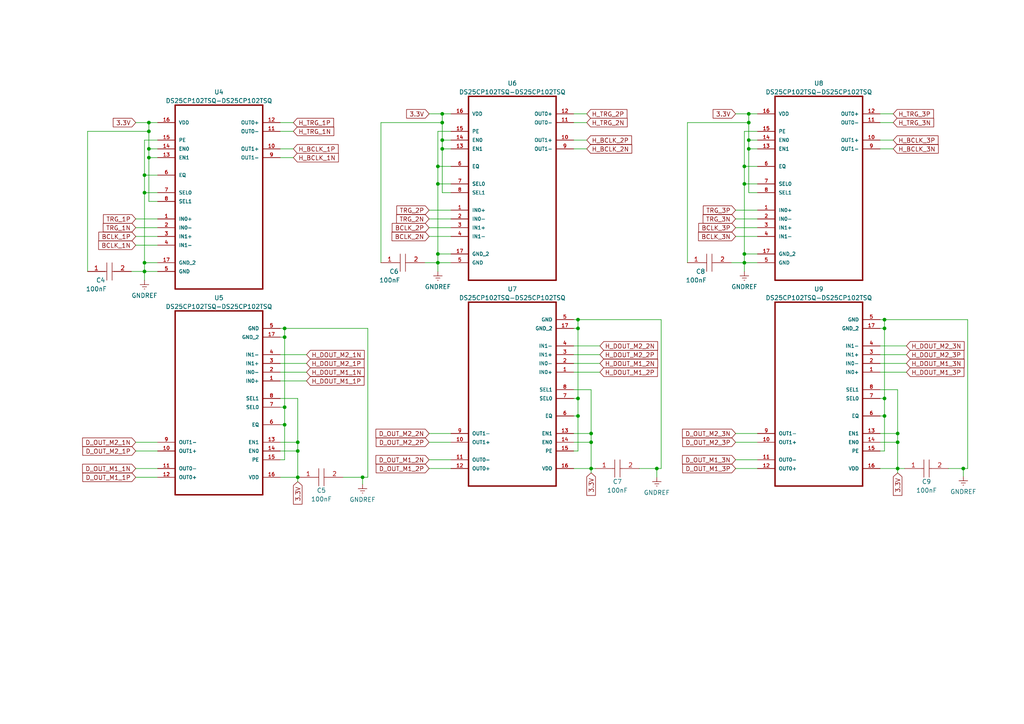
<source format=kicad_sch>
(kicad_sch (version 20211123) (generator eeschema)
  (paper "A4")
  (lib_symbols
    (symbol "C0603C104K4RACTU:C0603C104K4RACTU" (pin_names (offset 0.762))
      (property "Reference" "C" (at 8.89 6.35 0))
      (property "Value" "C0603C104K4RACTU" (at 8.89 3.81 0))
      (symbol "C0603C104K4RACTU_0_0"
        (pin passive line (at 0 0 0) (length 5.08) (name "~") (number "1"))
        (pin passive line (at 12.7 0 180) (length 5.08) (name "~") (number "2"))
      )
      (symbol "C0603C104K4RACTU_0_1"
        (polyline (pts (xy 5.08 0) (xy 5.588 0)) (stroke (width 0.1524)))
        (polyline (pts (xy 5.588 2.54) (xy 5.588 -2.54)) (stroke (width 0.1524)))
        (polyline (pts (xy 7.112 0) (xy 7.62 0)) (stroke (width 0.1524)))
        (polyline (pts (xy 7.112 2.54) (xy 7.112 -2.54)) (stroke (width 0.1524)))
      )
    )
    (symbol "DS25CP102TSQ:DS25CP102TSQ" (pin_names (offset 1.016))
      (property "Reference" "U" (at -6.0198 24.8412 0))
      (property "Value" "DS25CP102TSQ" (at -6.8834 -32.893 0))
      (symbol "DS25CP102TSQ_0_0"
        (polyline (pts (xy -12.7 -30.48) (xy 12.7 -30.48)) (stroke (width 0.4064)))
        (polyline (pts (xy -12.7 22.86) (xy -12.7 -30.48)) (stroke (width 0.4064)))
        (polyline (pts (xy 12.7 -30.48) (xy 12.7 22.86)) (stroke (width 0.4064)))
        (polyline (pts (xy 12.7 22.86) (xy -12.7 22.86)) (stroke (width 0.4064)))
        (pin input line (at -17.78 -10.16 0) (length 5.08) (name "IN0+") (number "1"))
        (pin output line (at 17.78 10.16 180) (length 5.08) (name "OUT1+") (number "10"))
        (pin output line (at 17.78 15.24 180) (length 5.08) (name "OUT0-") (number "11"))
        (pin output line (at 17.78 17.78 180) (length 5.08) (name "OUT0+") (number "12"))
        (pin input line (at -17.78 7.62 0) (length 5.08) (name "EN1") (number "13"))
        (pin input line (at -17.78 10.16 0) (length 5.08) (name "EN0") (number "14"))
        (pin input line (at -17.78 12.7 0) (length 5.08) (name "PE") (number "15"))
        (pin power_in line (at -17.78 17.78 0) (length 5.08) (name "VDD") (number "16"))
        (pin passive line (at -17.78 -22.86 0) (length 5.08) (name "GND_2") (number "17"))
        (pin input line (at -17.78 -12.7 0) (length 5.08) (name "IN0-") (number "2"))
        (pin input line (at -17.78 -15.24 0) (length 5.08) (name "IN1+") (number "3"))
        (pin input line (at -17.78 -17.78 0) (length 5.08) (name "IN1-") (number "4"))
        (pin passive line (at -17.78 -25.4 0) (length 5.08) (name "GND") (number "5"))
        (pin input line (at -17.78 2.54 0) (length 5.08) (name "EQ") (number "6"))
        (pin input line (at -17.78 -2.54 0) (length 5.08) (name "SEL0") (number "7"))
        (pin input line (at -17.78 -5.08 0) (length 5.08) (name "SEL1") (number "8"))
        (pin output line (at 17.78 7.62 180) (length 5.08) (name "OUT1-") (number "9"))
      )
    )
    (symbol "power:GNDREF" (power) (pin_names (offset 0))
      (property "Value" "GNDREF" (at 0 -3.81 0))
      (symbol "GNDREF_0_1"
        (polyline (pts (xy -0.635 -1.905) (xy 0.635 -1.905)))
        (polyline (pts (xy -0.127 -2.54) (xy 0.127 -2.54)))
        (polyline (pts (xy 0 -1.27) (xy 0 0)))
        (polyline (pts (xy 1.27 -1.27) (xy -1.27 -1.27)))
      )
      (symbol "GNDREF_1_1"
        (pin power_in line (at 0 0 270) (length 0) hide (name "GNDREF") (number "1"))
      )
    )
  )
  (junction (at 260.35 128.27))
  (junction (at 41.91 50.8))
  (junction (at 43.18 38.1))
  (junction (at 41.91 76.2))
  (junction (at 256.54 115.57))
  (junction (at 82.55 118.11))
  (junction (at 256.54 95.25))
  (junction (at 171.45 125.73))
  (junction (at 127 48.26))
  (junction (at 128.27 33.02))
  (junction (at 167.64 115.57))
  (junction (at 217.17 43.18))
  (junction (at 256.54 92.71))
  (junction (at 260.35 125.73))
  (junction (at 260.35 135.89))
  (junction (at 217.17 33.02))
  (junction (at 43.18 35.56))
  (junction (at 215.9 76.2))
  (junction (at 217.17 35.56))
  (junction (at 128.27 40.64))
  (junction (at 215.9 53.34))
  (junction (at 82.55 123.19))
  (junction (at 127 53.34))
  (junction (at 41.91 78.74))
  (junction (at 86.36 128.27))
  (junction (at 127 76.2))
  (junction (at 82.55 95.25))
  (junction (at 171.45 135.89))
  (junction (at 279.4 135.89))
  (junction (at 43.18 43.18))
  (junction (at 86.36 138.43))
  (junction (at 43.18 45.72))
  (junction (at 256.54 120.65))
  (junction (at 128.27 43.18))
  (junction (at 105.156 138.43))
  (junction (at 171.45 128.27))
  (junction (at 167.64 92.71))
  (junction (at 215.9 48.26))
  (junction (at 41.91 55.88))
  (junction (at 82.55 97.79))
  (junction (at 190.5 135.89))
  (junction (at 167.64 95.25))
  (junction (at 167.64 120.65))
  (junction (at 215.9 73.66))
  (junction (at 217.17 40.64))
  (junction (at 86.36 130.81))
  (junction (at 128.27 35.56))
  (junction (at 127 73.66))
  (wire (pts (xy 255.27 105.41) (xy 262.89 105.41)))
  (wire (pts (xy 167.64 92.71) (xy 166.37 92.71)))
  (wire (pts (xy 43.18 35.56) (xy 45.72 35.56)))
  (wire (pts (xy 81.28 43.18) (xy 85.09 43.18)))
  (wire (pts (xy 43.18 43.18) (xy 43.18 45.72)))
  (wire (pts (xy 213.36 33.02) (xy 217.17 33.02)))
  (wire (pts (xy 167.64 115.57) (xy 167.64 120.65)))
  (wire (pts (xy 43.18 43.18) (xy 45.72 43.18)))
  (wire (pts (xy 82.55 123.19) (xy 82.55 133.35)))
  (wire (pts (xy 39.37 63.5) (xy 45.72 63.5)))
  (wire (pts (xy 127 48.26) (xy 130.81 48.26)))
  (wire (pts (xy 171.45 135.89) (xy 171.45 128.27)))
  (wire (pts (xy 110.49 76.2) (xy 110.49 35.56)))
  (wire (pts (xy 217.17 40.64) (xy 219.71 40.64)))
  (wire (pts (xy 124.46 66.04) (xy 130.81 66.04)))
  (wire (pts (xy 124.46 63.5) (xy 130.81 63.5)))
  (wire (pts (xy 86.36 130.81) (xy 86.36 128.27)))
  (wire (pts (xy 25.4 38.1) (xy 43.18 38.1)))
  (wire (pts (xy 39.37 35.56) (xy 43.18 35.56)))
  (wire (pts (xy 199.39 35.56) (xy 217.17 35.56)))
  (wire (pts (xy 166.37 95.25) (xy 167.64 95.25)))
  (wire (pts (xy 41.91 55.88) (xy 41.91 50.8)))
  (wire (pts (xy 255.27 33.02) (xy 259.08 33.02)))
  (wire (pts (xy 167.64 120.65) (xy 167.64 130.81)))
  (wire (pts (xy 166.37 43.18) (xy 170.18 43.18)))
  (wire (pts (xy 256.54 115.57) (xy 256.54 120.65)))
  (wire (pts (xy 81.28 105.41) (xy 88.9 105.41)))
  (wire (pts (xy 128.27 55.88) (xy 130.81 55.88)))
  (wire (pts (xy 213.36 66.04) (xy 219.71 66.04)))
  (wire (pts (xy 127 76.2) (xy 130.81 76.2)))
  (wire (pts (xy 127 38.1) (xy 127 48.26)))
  (wire (pts (xy 171.45 137.16) (xy 171.45 135.89)))
  (wire (pts (xy 256.54 120.65) (xy 256.54 130.81)))
  (wire (pts (xy 255.27 102.87) (xy 262.89 102.87)))
  (wire (pts (xy 166.37 107.95) (xy 173.99 107.95)))
  (wire (pts (xy 127 53.34) (xy 127 48.26)))
  (wire (pts (xy 110.49 35.56) (xy 128.27 35.56)))
  (wire (pts (xy 41.91 81.28) (xy 41.91 78.74)))
  (wire (pts (xy 260.35 125.73) (xy 255.27 125.73)))
  (wire (pts (xy 39.37 68.58) (xy 45.72 68.58)))
  (wire (pts (xy 127 78.74) (xy 127 76.2)))
  (wire (pts (xy 128.27 43.18) (xy 130.81 43.18)))
  (wire (pts (xy 39.37 128.27) (xy 45.72 128.27)))
  (wire (pts (xy 166.37 105.41) (xy 173.99 105.41)))
  (wire (pts (xy 86.36 115.57) (xy 81.28 115.57)))
  (wire (pts (xy 43.18 45.72) (xy 43.18 58.42)))
  (wire (pts (xy 260.35 113.03) (xy 260.35 125.73)))
  (wire (pts (xy 260.35 128.27) (xy 260.35 125.73)))
  (wire (pts (xy 41.91 76.2) (xy 45.72 76.2)))
  (wire (pts (xy 166.37 100.33) (xy 173.99 100.33)))
  (wire (pts (xy 217.17 33.02) (xy 217.17 35.56)))
  (wire (pts (xy 199.39 76.2) (xy 199.39 35.56)))
  (wire (pts (xy 127 53.34) (xy 130.81 53.34)))
  (wire (pts (xy 39.37 66.04) (xy 45.72 66.04)))
  (wire (pts (xy 255.27 107.95) (xy 262.89 107.95)))
  (wire (pts (xy 106.68 95.25) (xy 82.55 95.25)))
  (wire (pts (xy 39.37 138.43) (xy 45.72 138.43)))
  (wire (pts (xy 260.35 135.89) (xy 262.382 135.89)))
  (wire (pts (xy 213.36 125.73) (xy 219.71 125.73)))
  (wire (pts (xy 166.37 33.02) (xy 170.18 33.02)))
  (wire (pts (xy 215.9 78.74) (xy 215.9 76.2)))
  (wire (pts (xy 167.64 95.25) (xy 167.64 92.71)))
  (wire (pts (xy 81.28 118.11) (xy 82.55 118.11)))
  (wire (pts (xy 166.37 115.57) (xy 167.64 115.57)))
  (wire (pts (xy 124.46 125.73) (xy 130.81 125.73)))
  (wire (pts (xy 255.27 100.33) (xy 262.89 100.33)))
  (wire (pts (xy 41.91 78.74) (xy 41.91 76.2)))
  (wire (pts (xy 260.35 137.16) (xy 260.35 135.89)))
  (wire (pts (xy 215.9 53.34) (xy 219.71 53.34)))
  (wire (pts (xy 127 73.66) (xy 127 53.34)))
  (wire (pts (xy 215.9 76.2) (xy 215.9 73.66)))
  (wire (pts (xy 124.46 133.35) (xy 130.81 133.35)))
  (wire (pts (xy 255.27 35.56) (xy 259.08 35.56)))
  (wire (pts (xy 127 73.66) (xy 130.81 73.66)))
  (wire (pts (xy 41.91 50.8) (xy 45.72 50.8)))
  (wire (pts (xy 82.55 97.79) (xy 82.55 95.25)))
  (wire (pts (xy 213.36 68.58) (xy 219.71 68.58)))
  (wire (pts (xy 82.55 118.11) (xy 82.55 123.19)))
  (wire (pts (xy 190.5 135.89) (xy 191.77 135.89)))
  (wire (pts (xy 81.28 107.95) (xy 88.9 107.95)))
  (wire (pts (xy 171.45 113.03) (xy 171.45 125.73)))
  (wire (pts (xy 130.81 38.1) (xy 127 38.1)))
  (wire (pts (xy 86.36 128.27) (xy 81.28 128.27)))
  (wire (pts (xy 213.36 60.96) (xy 219.71 60.96)))
  (wire (pts (xy 256.54 92.71) (xy 255.27 92.71)))
  (wire (pts (xy 81.28 35.56) (xy 85.09 35.56)))
  (wire (pts (xy 99.568 138.43) (xy 105.156 138.43)))
  (wire (pts (xy 215.9 73.66) (xy 219.71 73.66)))
  (wire (pts (xy 38.1 78.74) (xy 41.91 78.74)))
  (wire (pts (xy 127 76.2) (xy 127 73.66)))
  (wire (pts (xy 213.36 63.5) (xy 219.71 63.5)))
  (wire (pts (xy 217.17 40.64) (xy 217.17 43.18)))
  (wire (pts (xy 256.54 95.25) (xy 256.54 115.57)))
  (wire (pts (xy 280.67 135.89) (xy 280.67 92.71)))
  (wire (pts (xy 128.27 40.64) (xy 128.27 43.18)))
  (wire (pts (xy 86.36 139.7) (xy 86.36 138.43)))
  (wire (pts (xy 41.91 76.2) (xy 41.91 55.88)))
  (wire (pts (xy 167.64 120.65) (xy 166.37 120.65)))
  (wire (pts (xy 171.45 128.27) (xy 166.37 128.27)))
  (wire (pts (xy 256.54 120.65) (xy 255.27 120.65)))
  (wire (pts (xy 39.37 130.81) (xy 45.72 130.81)))
  (wire (pts (xy 217.17 55.88) (xy 219.71 55.88)))
  (wire (pts (xy 190.5 135.89) (xy 190.5 138.43)))
  (wire (pts (xy 167.64 130.81) (xy 166.37 130.81)))
  (wire (pts (xy 81.28 110.49) (xy 88.9 110.49)))
  (wire (pts (xy 86.36 130.81) (xy 81.28 130.81)))
  (wire (pts (xy 43.18 45.72) (xy 45.72 45.72)))
  (wire (pts (xy 213.36 128.27) (xy 219.71 128.27)))
  (wire (pts (xy 128.27 43.18) (xy 128.27 55.88)))
  (wire (pts (xy 171.45 113.03) (xy 166.37 113.03)))
  (wire (pts (xy 279.4 135.89) (xy 280.67 135.89)))
  (wire (pts (xy 124.46 68.58) (xy 130.81 68.58)))
  (wire (pts (xy 171.45 135.89) (xy 172.72 135.89)))
  (wire (pts (xy 255.27 43.18) (xy 259.08 43.18)))
  (wire (pts (xy 217.17 43.18) (xy 219.71 43.18)))
  (wire (pts (xy 166.37 135.89) (xy 171.45 135.89)))
  (wire (pts (xy 82.55 123.19) (xy 81.28 123.19)))
  (wire (pts (xy 124.46 128.27) (xy 130.81 128.27)))
  (wire (pts (xy 39.37 71.12) (xy 45.72 71.12)))
  (wire (pts (xy 105.156 138.43) (xy 106.68 138.43)))
  (wire (pts (xy 25.4 78.74) (xy 25.4 38.1)))
  (wire (pts (xy 217.17 35.56) (xy 217.17 40.64)))
  (wire (pts (xy 124.46 135.89) (xy 130.81 135.89)))
  (wire (pts (xy 280.67 92.71) (xy 256.54 92.71)))
  (wire (pts (xy 41.91 40.64) (xy 41.91 50.8)))
  (wire (pts (xy 106.68 138.43) (xy 106.68 95.25)))
  (wire (pts (xy 124.46 33.02) (xy 128.27 33.02)))
  (wire (pts (xy 166.37 35.56) (xy 170.18 35.56)))
  (wire (pts (xy 166.37 102.87) (xy 173.99 102.87)))
  (wire (pts (xy 41.91 78.74) (xy 45.72 78.74)))
  (wire (pts (xy 185.42 135.89) (xy 190.5 135.89)))
  (wire (pts (xy 41.91 55.88) (xy 45.72 55.88)))
  (wire (pts (xy 213.36 135.89) (xy 219.71 135.89)))
  (wire (pts (xy 81.28 97.79) (xy 82.55 97.79)))
  (wire (pts (xy 215.9 73.66) (xy 215.9 53.34)))
  (wire (pts (xy 105.156 138.43) (xy 105.156 140.462)))
  (wire (pts (xy 166.37 40.64) (xy 170.18 40.64)))
  (wire (pts (xy 128.27 40.64) (xy 130.81 40.64)))
  (wire (pts (xy 128.27 35.56) (xy 128.27 40.64)))
  (wire (pts (xy 256.54 95.25) (xy 256.54 92.71)))
  (wire (pts (xy 215.9 53.34) (xy 215.9 48.26)))
  (wire (pts (xy 81.28 102.87) (xy 88.9 102.87)))
  (wire (pts (xy 86.36 138.43) (xy 86.36 130.81)))
  (wire (pts (xy 82.55 97.79) (xy 82.55 118.11)))
  (wire (pts (xy 82.55 95.25) (xy 81.28 95.25)))
  (wire (pts (xy 260.35 113.03) (xy 255.27 113.03)))
  (wire (pts (xy 123.19 76.2) (xy 127 76.2)))
  (wire (pts (xy 45.72 40.64) (xy 41.91 40.64)))
  (wire (pts (xy 215.9 76.2) (xy 219.71 76.2)))
  (wire (pts (xy 171.45 125.73) (xy 166.37 125.73)))
  (wire (pts (xy 167.64 95.25) (xy 167.64 115.57)))
  (wire (pts (xy 255.27 95.25) (xy 256.54 95.25)))
  (wire (pts (xy 81.28 138.43) (xy 86.36 138.43)))
  (wire (pts (xy 43.18 38.1) (xy 43.18 43.18)))
  (wire (pts (xy 124.46 60.96) (xy 130.81 60.96)))
  (wire (pts (xy 171.45 128.27) (xy 171.45 125.73)))
  (wire (pts (xy 128.27 33.02) (xy 130.81 33.02)))
  (wire (pts (xy 279.4 135.89) (xy 279.4 138.176)))
  (wire (pts (xy 217.17 43.18) (xy 217.17 55.88)))
  (wire (pts (xy 256.54 130.81) (xy 255.27 130.81)))
  (wire (pts (xy 260.35 135.89) (xy 260.35 128.27)))
  (wire (pts (xy 81.28 38.1) (xy 85.09 38.1)))
  (wire (pts (xy 128.27 33.02) (xy 128.27 35.56)))
  (wire (pts (xy 215.9 48.26) (xy 219.71 48.26)))
  (wire (pts (xy 260.35 128.27) (xy 255.27 128.27)))
  (wire (pts (xy 213.36 133.35) (xy 219.71 133.35)))
  (wire (pts (xy 219.71 38.1) (xy 215.9 38.1)))
  (wire (pts (xy 81.28 45.72) (xy 85.09 45.72)))
  (wire (pts (xy 86.36 115.57) (xy 86.36 128.27)))
  (wire (pts (xy 217.17 33.02) (xy 219.71 33.02)))
  (wire (pts (xy 86.36 138.43) (xy 86.868 138.43)))
  (wire (pts (xy 275.082 135.89) (xy 279.4 135.89)))
  (wire (pts (xy 215.9 38.1) (xy 215.9 48.26)))
  (wire (pts (xy 82.55 133.35) (xy 81.28 133.35)))
  (wire (pts (xy 43.18 35.56) (xy 43.18 38.1)))
  (wire (pts (xy 255.27 115.57) (xy 256.54 115.57)))
  (wire (pts (xy 255.27 40.64) (xy 259.08 40.64)))
  (wire (pts (xy 212.09 76.2) (xy 215.9 76.2)))
  (wire (pts (xy 43.18 58.42) (xy 45.72 58.42)))
  (wire (pts (xy 39.37 135.89) (xy 45.72 135.89)))
  (wire (pts (xy 191.77 92.71) (xy 167.64 92.71)))
  (wire (pts (xy 191.77 135.89) (xy 191.77 92.71)))
  (wire (pts (xy 255.27 135.89) (xy 260.35 135.89)))
  (global_label "H_DOUT_M1_3N" (shape input) (at 262.89 105.41 0) (property "Intersheet References" "${INTERSHEET_REFS}" (effects hide)))
  (global_label "BCLK_2P" (shape input) (at 124.46 66.04 180) (property "Intersheet References" "${INTERSHEET_REFS}" (effects hide)))
  (global_label "TRG_3N" (shape input) (at 213.36 63.5 180) (property "Intersheet References" "${INTERSHEET_REFS}" (effects hide)))
  (global_label "H_BCLK_2P" (shape input) (at 170.18 40.64 0) (property "Intersheet References" "${INTERSHEET_REFS}" (effects hide)))
  (global_label "H_BCLK_3P" (shape input) (at 259.08 40.64 0) (property "Intersheet References" "${INTERSHEET_REFS}" (effects hide)))
  (global_label "BCLK_1P" (shape input) (at 39.37 68.58 180) (property "Intersheet References" "${INTERSHEET_REFS}" (effects hide)))
  (global_label "3.3V" (shape input) (at 86.36 139.7 270) (property "Intersheet References" "${INTERSHEET_REFS}" (effects hide)))
  (global_label "3.3V" (shape input) (at 213.36 33.02 180) (property "Intersheet References" "${INTERSHEET_REFS}" (effects hide)))
  (global_label "3.3V" (shape input) (at 260.35 137.16 270) (property "Intersheet References" "${INTERSHEET_REFS}" (effects hide)))
  (global_label "TRG_2N" (shape input) (at 124.46 63.5 180) (property "Intersheet References" "${INTERSHEET_REFS}" (effects hide)))
  (global_label "D_OUT_M1_1N" (shape input) (at 39.37 135.89 180) (property "Intersheet References" "${INTERSHEET_REFS}" (effects hide)))
  (global_label "H_DOUT_M2_3P" (shape input) (at 262.89 102.87 0) (property "Intersheet References" "${INTERSHEET_REFS}" (effects hide)))
  (global_label "D_OUT_M1_3N" (shape input) (at 213.36 133.35 180) (property "Intersheet References" "${INTERSHEET_REFS}" (effects hide)))
  (global_label "H_DOUT_M2_1P" (shape input) (at 88.9 105.41 0) (property "Intersheet References" "${INTERSHEET_REFS}" (effects hide)))
  (global_label "H_TRG_2N" (shape input) (at 170.18 35.56 0) (property "Intersheet References" "${INTERSHEET_REFS}" (effects hide)))
  (global_label "3.3V" (shape input) (at 171.45 137.16 270) (property "Intersheet References" "${INTERSHEET_REFS}" (effects hide)))
  (global_label "TRG_1P" (shape input) (at 39.37 63.5 180) (property "Intersheet References" "${INTERSHEET_REFS}" (effects hide)))
  (global_label "H_TRG_2P" (shape input) (at 170.18 33.02 0) (property "Intersheet References" "${INTERSHEET_REFS}" (effects hide)))
  (global_label "H_DOUT_M2_2P" (shape input) (at 173.99 102.87 0) (property "Intersheet References" "${INTERSHEET_REFS}" (effects hide)))
  (global_label "H_BCLK_2N" (shape input) (at 170.18 43.18 0) (property "Intersheet References" "${INTERSHEET_REFS}" (effects hide)))
  (global_label "D_OUT_M2_3P" (shape input) (at 213.36 128.27 180) (property "Intersheet References" "${INTERSHEET_REFS}" (effects hide)))
  (global_label "TRG_1N" (shape input) (at 39.37 66.04 180) (property "Intersheet References" "${INTERSHEET_REFS}" (effects hide)))
  (global_label "D_OUT_M1_2N" (shape input) (at 124.46 133.35 180) (property "Intersheet References" "${INTERSHEET_REFS}" (effects hide)))
  (global_label "D_OUT_M2_1N" (shape input) (at 39.37 128.27 180) (property "Intersheet References" "${INTERSHEET_REFS}" (effects hide)))
  (global_label "D_OUT_M2_2N" (shape input) (at 124.46 125.73 180) (property "Intersheet References" "${INTERSHEET_REFS}" (effects hide)))
  (global_label "TRG_2P" (shape input) (at 124.46 60.96 180) (property "Intersheet References" "${INTERSHEET_REFS}" (effects hide)))
  (global_label "H_DOUT_M1_3P" (shape input) (at 262.89 107.95 0) (property "Intersheet References" "${INTERSHEET_REFS}" (effects hide)))
  (global_label "H_BCLK_1P" (shape input) (at 85.09 43.18 0) (property "Intersheet References" "${INTERSHEET_REFS}" (effects hide)))
  (global_label "D_OUT_M2_3N" (shape input) (at 213.36 125.73 180) (property "Intersheet References" "${INTERSHEET_REFS}" (effects hide)))
  (global_label "H_DOUT_M1_1P" (shape input) (at 88.9 110.49 0) (property "Intersheet References" "${INTERSHEET_REFS}" (effects hide)))
  (global_label "H_DOUT_M2_3N" (shape input) (at 262.89 100.33 0) (property "Intersheet References" "${INTERSHEET_REFS}" (effects hide)))
  (global_label "D_OUT_M2_1P" (shape input) (at 39.37 130.81 180) (property "Intersheet References" "${INTERSHEET_REFS}" (effects hide)))
  (global_label "BCLK_3N" (shape input) (at 213.36 68.58 180) (property "Intersheet References" "${INTERSHEET_REFS}" (effects hide)))
  (global_label "3.3V" (shape input) (at 39.37 35.56 180) (property "Intersheet References" "${INTERSHEET_REFS}" (effects hide)))
  (global_label "H_DOUT_M1_1N" (shape input) (at 88.9 107.95 0) (property "Intersheet References" "${INTERSHEET_REFS}" (effects hide)))
  (global_label "H_DOUT_M2_1N" (shape input) (at 88.9 102.87 0) (property "Intersheet References" "${INTERSHEET_REFS}" (effects hide)))
  (global_label "H_TRG_1N" (shape input) (at 85.09 38.1 0) (property "Intersheet References" "${INTERSHEET_REFS}" (effects hide)))
  (global_label "H_DOUT_M1_2N" (shape input) (at 173.99 105.41 0) (property "Intersheet References" "${INTERSHEET_REFS}" (effects hide)))
  (global_label "BCLK_3P" (shape input) (at 213.36 66.04 180) (property "Intersheet References" "${INTERSHEET_REFS}" (effects hide)))
  (global_label "H_TRG_3P" (shape input) (at 259.08 33.02 0) (property "Intersheet References" "${INTERSHEET_REFS}" (effects hide)))
  (global_label "D_OUT_M2_2P" (shape input) (at 124.46 128.27 180) (property "Intersheet References" "${INTERSHEET_REFS}" (effects hide)))
  (global_label "TRG_3P" (shape input) (at 213.36 60.96 180) (property "Intersheet References" "${INTERSHEET_REFS}" (effects hide)))
  (global_label "H_DOUT_M1_2P" (shape input) (at 173.99 107.95 0) (property "Intersheet References" "${INTERSHEET_REFS}" (effects hide)))
  (global_label "3.3V" (shape input) (at 124.46 33.02 180) (property "Intersheet References" "${INTERSHEET_REFS}" (effects hide)))
  (global_label "D_OUT_M1_3P" (shape input) (at 213.36 135.89 180) (property "Intersheet References" "${INTERSHEET_REFS}" (effects hide)))
  (global_label "H_TRG_3N" (shape input) (at 259.08 35.56 0) (property "Intersheet References" "${INTERSHEET_REFS}" (effects hide)))
  (global_label "H_TRG_1P" (shape input) (at 85.09 35.56 0) (property "Intersheet References" "${INTERSHEET_REFS}" (effects hide)))
  (global_label "H_BCLK_3N" (shape input) (at 259.08 43.18 0) (property "Intersheet References" "${INTERSHEET_REFS}" (effects hide)))
  (global_label "BCLK_1N" (shape input) (at 39.37 71.12 180) (property "Intersheet References" "${INTERSHEET_REFS}" (effects hide)))
  (global_label "BCLK_2N" (shape input) (at 124.46 68.58 180) (property "Intersheet References" "${INTERSHEET_REFS}" (effects hide)))
  (global_label "D_OUT_M1_2P" (shape input) (at 124.46 135.89 180) (property "Intersheet References" "${INTERSHEET_REFS}" (effects hide)))
  (global_label "H_DOUT_M2_2N" (shape input) (at 173.99 100.33 0) (property "Intersheet References" "${INTERSHEET_REFS}" (effects hide)))
  (global_label "H_BCLK_1N" (shape input) (at 85.09 45.72 0) (property "Intersheet References" "${INTERSHEET_REFS}" (effects hide)))
  (global_label "D_OUT_M1_1P" (shape input) (at 39.37 138.43 180) (property "Intersheet References" "${INTERSHEET_REFS}" (effects hide)))
  (symbol (lib_id "C0603C104K4RACTU:C0603C104K4RACTU") (at 86.868 138.43 0) (unit 1)
    (property "Reference" "C5" (at 93.218 142.24 0))
    (property "Value" "100nF" (at 93.218 144.78 0))
    (property "Footprint" "C0603C104K4RACTU:C0603C104K4RACTU" (effects hide))
    (property "Datasheet" "http://www.kemet.com/Lists/ProductCatalog/Attachments/53/KEM_C1002_X7R_SMD.pdf" (effects hide))
    (property "Description" "0603 X7R ceramic capacitor, 16V 100nF Kemet 0603 0.1??F Ceramic Multilayer Capacitor, 16V dc X7R Dielectric ??10% SMD" (effects hide))
    (property "Height" "0.87" (effects hide))
    (property "Manufacturer_Name" "Kemet" (effects hide))
    (property "Manufacturer_Part_Number" "C0603C104K4RACTU" (effects hide))
    (property "Mouser Part Number" "80-C0603C104K4R" (effects hide))
    (property "Mouser Price/Stock" "https://www.mouser.com/Search/Refine.aspx?Keyword=80-C0603C104K4R" (effects hide))
    (property "RS Part Number" "2644630P" (effects hide))
    (property "RS Price/Stock" "http://uk.rs-online.com/web/p/products/2644630P" (effects hide))
  )
  (symbol (lib_id "power:GNDREF") (at 41.91 81.28 0) (unit 1)
    (property "Reference" "#PWR0105" (effects hide))
    (property "Value" "GNDREF" (at 41.91 85.7234 0))
  )
  (symbol (lib_id "power:GNDREF") (at 105.156 140.462 0) (unit 1)
    (property "Reference" "#PWR0119" (effects hide))
  )
  (symbol (lib_id "C0603C104K4RACTU:C0603C104K4RACTU") (at 110.49 76.2 0) (unit 1)
    (property "Reference" "C6" (at 114.3 78.74 0))
    (property "Value" "100nF" (at 113.03 81.28 0))
    (property "Footprint" "C0603C104K4RACTU:C0603C104K4RACTU" (effects hide))
    (property "Datasheet" "http://www.kemet.com/Lists/ProductCatalog/Attachments/53/KEM_C1002_X7R_SMD.pdf" (effects hide))
    (property "Description" "0603 X7R ceramic capacitor, 16V 100nF Kemet 0603 0.1??F Ceramic Multilayer Capacitor, 16V dc X7R Dielectric ??10% SMD" (effects hide))
    (property "Height" "0.87" (effects hide))
    (property "Manufacturer_Name" "Kemet" (effects hide))
    (property "Manufacturer_Part_Number" "C0603C104K4RACTU" (effects hide))
    (property "Mouser Part Number" "80-C0603C104K4R" (effects hide))
    (property "Mouser Price/Stock" "https://www.mouser.com/Search/Refine.aspx?Keyword=80-C0603C104K4R" (effects hide))
    (property "RS Part Number" "2644630P" (effects hide))
    (property "RS Price/Stock" "http://uk.rs-online.com/web/p/products/2644630P" (effects hide))
  )
  (symbol (lib_id "C0603C104K4RACTU:C0603C104K4RACTU") (at 172.72 135.89 0) (unit 1)
    (property "Reference" "C7" (at 179.07 139.7 0))
    (property "Value" "100nF" (at 179.07 142.24 0))
    (property "Footprint" "C0603C104K4RACTU:C0603C104K4RACTU" (effects hide))
    (property "Datasheet" "http://www.kemet.com/Lists/ProductCatalog/Attachments/53/KEM_C1002_X7R_SMD.pdf" (effects hide))
    (property "Description" "0603 X7R ceramic capacitor, 16V 100nF Kemet 0603 0.1??F Ceramic Multilayer Capacitor, 16V dc X7R Dielectric ??10% SMD" (effects hide))
    (property "Height" "0.87" (effects hide))
    (property "Manufacturer_Name" "Kemet" (effects hide))
    (property "Manufacturer_Part_Number" "C0603C104K4RACTU" (effects hide))
    (property "Mouser Part Number" "80-C0603C104K4R" (effects hide))
    (property "Mouser Price/Stock" "https://www.mouser.com/Search/Refine.aspx?Keyword=80-C0603C104K4R" (effects hide))
    (property "RS Part Number" "2644630P" (effects hide))
    (property "RS Price/Stock" "http://uk.rs-online.com/web/p/products/2644630P" (effects hide))
  )
  (symbol (lib_id "DS25CP102TSQ:DS25CP102TSQ") (at 148.59 50.8 0) (unit 1)
    (property "Reference" "U6" (at 148.59 24.164 0))
    (property "Value" "DS25CP102TSQ-DS25CP102TSQ" (at 148.59 26.7009 0))
    (property "Footprint" "DS25CP102TSQ:QFN50P400X400X80-17N" (effects hide))
    (property "Datasheet" "http://www.ti.com/lit/gpn/ds25cp102" (effects hide))
    (property "Field4" "None" (effects hide))
    (property "Field5" "LLP-16 Texas Instruments" (effects hide))
    (property "Field6" "Unavailable" (effects hide))
    (property "Field7" "Texas Instruments" (effects hide))
    (property "Field8" "Ic Sw Crosspoint 3.125gbps 16llp - Ds25cp102tsq/Nopb" (effects hide))
  )
  (symbol (lib_id "C0603C104K4RACTU:C0603C104K4RACTU") (at 262.382 135.89 0) (unit 1)
    (property "Reference" "C9" (at 268.732 139.7 0))
    (property "Value" "100nF" (at 268.732 142.24 0))
    (property "Footprint" "C0603C104K4RACTU:C0603C104K4RACTU" (effects hide))
    (property "Datasheet" "http://www.kemet.com/Lists/ProductCatalog/Attachments/53/KEM_C1002_X7R_SMD.pdf" (effects hide))
    (property "Description" "0603 X7R ceramic capacitor, 16V 100nF Kemet 0603 0.1??F Ceramic Multilayer Capacitor, 16V dc X7R Dielectric ??10% SMD" (effects hide))
    (property "Height" "0.87" (effects hide))
    (property "Manufacturer_Name" "Kemet" (effects hide))
    (property "Manufacturer_Part_Number" "C0603C104K4RACTU" (effects hide))
    (property "Mouser Part Number" "80-C0603C104K4R" (effects hide))
    (property "Mouser Price/Stock" "https://www.mouser.com/Search/Refine.aspx?Keyword=80-C0603C104K4R" (effects hide))
    (property "RS Part Number" "2644630P" (effects hide))
    (property "RS Price/Stock" "http://uk.rs-online.com/web/p/products/2644630P" (effects hide))
  )
  (symbol (lib_id "power:GNDREF") (at 190.5 138.43 0) (unit 1)
    (property "Reference" "#PWR0121" (effects hide))
  )
  (symbol (lib_id "power:GNDREF") (at 215.9 78.74 0) (unit 1)
    (property "Reference" "#PWR0107" (effects hide))
    (property "Value" "GNDREF" (at 215.9 83.1834 0))
  )
  (symbol (lib_id "power:GNDREF") (at 127 78.74 0) (unit 1)
    (property "Reference" "#PWR0106" (effects hide))
    (property "Value" "GNDREF" (at 127 83.1834 0))
  )
  (symbol (lib_id "C0603C104K4RACTU:C0603C104K4RACTU") (at 199.39 76.2 0) (unit 1)
    (property "Reference" "C8" (at 203.2 78.74 0))
    (property "Value" "100nF" (at 201.93 81.28 0))
    (property "Footprint" "C0603C104K4RACTU:C0603C104K4RACTU" (effects hide))
    (property "Datasheet" "http://www.kemet.com/Lists/ProductCatalog/Attachments/53/KEM_C1002_X7R_SMD.pdf" (effects hide))
    (property "Description" "0603 X7R ceramic capacitor, 16V 100nF Kemet 0603 0.1??F Ceramic Multilayer Capacitor, 16V dc X7R Dielectric ??10% SMD" (effects hide))
    (property "Height" "0.87" (effects hide))
    (property "Manufacturer_Name" "Kemet" (effects hide))
    (property "Manufacturer_Part_Number" "C0603C104K4RACTU" (effects hide))
    (property "Mouser Part Number" "80-C0603C104K4R" (effects hide))
    (property "Mouser Price/Stock" "https://www.mouser.com/Search/Refine.aspx?Keyword=80-C0603C104K4R" (effects hide))
    (property "RS Part Number" "2644630P" (effects hide))
    (property "RS Price/Stock" "http://uk.rs-online.com/web/p/products/2644630P" (effects hide))
  )
  (symbol (lib_id "DS25CP102TSQ:DS25CP102TSQ") (at 237.49 50.8 0) (unit 1)
    (property "Reference" "U8" (at 237.49 24.164 0))
    (property "Value" "DS25CP102TSQ-DS25CP102TSQ" (at 237.49 26.7009 0))
    (property "Footprint" "DS25CP102TSQ:QFN50P400X400X80-17N" (effects hide))
    (property "Datasheet" "http://www.ti.com/lit/gpn/ds25cp102" (effects hide))
    (property "Field4" "None" (effects hide))
    (property "Field5" "LLP-16 Texas Instruments" (effects hide))
    (property "Field6" "Unavailable" (effects hide))
    (property "Field7" "Texas Instruments" (effects hide))
    (property "Field8" "Ic Sw Crosspoint 3.125gbps 16llp - Ds25cp102tsq/Nopb" (effects hide))
  )
  (symbol (lib_id "DS25CP102TSQ:DS25CP102TSQ") (at 63.5 120.65 180) (unit 1)
    (property "Reference" "U5" (at 63.5 86.394 0))
    (property "Value" "DS25CP102TSQ-DS25CP102TSQ" (at 63.5 88.9309 0))
    (property "Footprint" "DS25CP102TSQ:QFN50P400X400X80-17N" (effects hide))
    (property "Datasheet" "http://www.ti.com/lit/gpn/ds25cp102" (effects hide))
    (property "Field4" "None" (effects hide))
    (property "Field5" "LLP-16 Texas Instruments" (effects hide))
    (property "Field6" "Unavailable" (effects hide))
    (property "Field7" "Texas Instruments" (effects hide))
    (property "Field8" "Ic Sw Crosspoint 3.125gbps 16llp - Ds25cp102tsq/Nopb" (effects hide))
  )
  (symbol (lib_id "DS25CP102TSQ:DS25CP102TSQ") (at 237.49 118.11 180) (unit 1)
    (property "Reference" "U9" (at 237.49 83.854 0))
    (property "Value" "DS25CP102TSQ-DS25CP102TSQ" (at 237.49 86.3909 0))
    (property "Footprint" "DS25CP102TSQ:QFN50P400X400X80-17N" (effects hide))
    (property "Datasheet" "http://www.ti.com/lit/gpn/ds25cp102" (effects hide))
    (property "Field4" "None" (effects hide))
    (property "Field5" "LLP-16 Texas Instruments" (effects hide))
    (property "Field6" "Unavailable" (effects hide))
    (property "Field7" "Texas Instruments" (effects hide))
    (property "Field8" "Ic Sw Crosspoint 3.125gbps 16llp - Ds25cp102tsq/Nopb" (effects hide))
  )
  (symbol (lib_id "power:GNDREF") (at 279.4 138.176 0) (unit 1)
    (property "Reference" "#PWR0120" (effects hide))
  )
  (symbol (lib_id "DS25CP102TSQ:DS25CP102TSQ") (at 63.5 53.34 0) (unit 1)
    (property "Reference" "U4" (at 63.5 26.704 0))
    (property "Value" "DS25CP102TSQ-DS25CP102TSQ" (at 63.5 29.2409 0))
    (property "Footprint" "DS25CP102TSQ:QFN50P400X400X80-17N" (effects hide))
    (property "Datasheet" "http://www.ti.com/lit/gpn/ds25cp102" (effects hide))
    (property "Field4" "None" (effects hide))
    (property "Field5" "LLP-16 Texas Instruments" (effects hide))
    (property "Field6" "Unavailable" (effects hide))
    (property "Field7" "Texas Instruments" (effects hide))
    (property "Field8" "Ic Sw Crosspoint 3.125gbps 16llp - Ds25cp102tsq/Nopb" (effects hide))
  )
  (symbol (lib_id "C0603C104K4RACTU:C0603C104K4RACTU") (at 25.4 78.74 0) (unit 1)
    (property "Reference" "C4" (at 29.21 81.28 0))
    (property "Value" "100nF" (at 27.94 83.82 0))
    (property "Footprint" "C0603C104K4RACTU:C0603C104K4RACTU" (effects hide))
    (property "Datasheet" "http://www.kemet.com/Lists/ProductCatalog/Attachments/53/KEM_C1002_X7R_SMD.pdf" (effects hide))
    (property "Description" "0603 X7R ceramic capacitor, 16V 100nF Kemet 0603 0.1??F Ceramic Multilayer Capacitor, 16V dc X7R Dielectric ??10% SMD" (effects hide))
    (property "Height" "0.87" (effects hide))
    (property "Manufacturer_Name" "Kemet" (effects hide))
    (property "Manufacturer_Part_Number" "C0603C104K4RACTU" (effects hide))
    (property "Mouser Part Number" "80-C0603C104K4R" (effects hide))
    (property "Mouser Price/Stock" "https://www.mouser.com/Search/Refine.aspx?Keyword=80-C0603C104K4R" (effects hide))
    (property "RS Part Number" "2644630P" (effects hide))
    (property "RS Price/Stock" "http://uk.rs-online.com/web/p/products/2644630P" (effects hide))
  )
  (symbol (lib_id "DS25CP102TSQ:DS25CP102TSQ") (at 148.59 118.11 180) (unit 1)
    (property "Reference" "U7" (at 148.59 83.854 0))
    (property "Value" "DS25CP102TSQ-DS25CP102TSQ" (at 148.59 86.3909 0))
    (property "Footprint" "DS25CP102TSQ:QFN50P400X400X80-17N" (effects hide))
    (property "Datasheet" "http://www.ti.com/lit/gpn/ds25cp102" (effects hide))
    (property "Field4" "None" (effects hide))
    (property "Field5" "LLP-16 Texas Instruments" (effects hide))
    (property "Field6" "Unavailable" (effects hide))
    (property "Field7" "Texas Instruments" (effects hide))
    (property "Field8" "Ic Sw Crosspoint 3.125gbps 16llp - Ds25cp102tsq/Nopb" (effects hide))
  )
)
</source>
